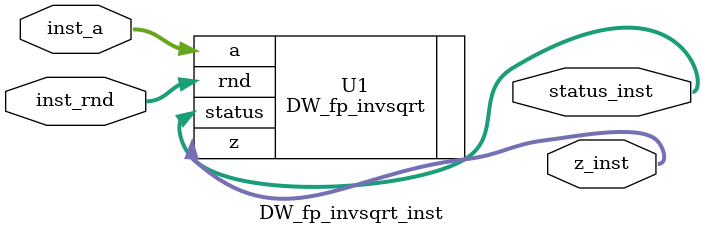
<source format=v>
module DW_fp_invsqrt_inst( inst_a, inst_rnd, z_inst, status_inst );

parameter sig_width = 23;
parameter exp_width = 8;
parameter ieee_compliance = 0;


input [sig_width+exp_width : 0] inst_a;
input [2 : 0] inst_rnd;
output [sig_width+exp_width : 0] z_inst;
output [7 : 0] status_inst;

    // Instance of DW_fp_invsqrt
    DW_fp_invsqrt #(sig_width, exp_width, ieee_compliance)
	  U1 ( .a(inst_a), .rnd(inst_rnd), .z(z_inst), .status(status_inst) );

endmodule

</source>
